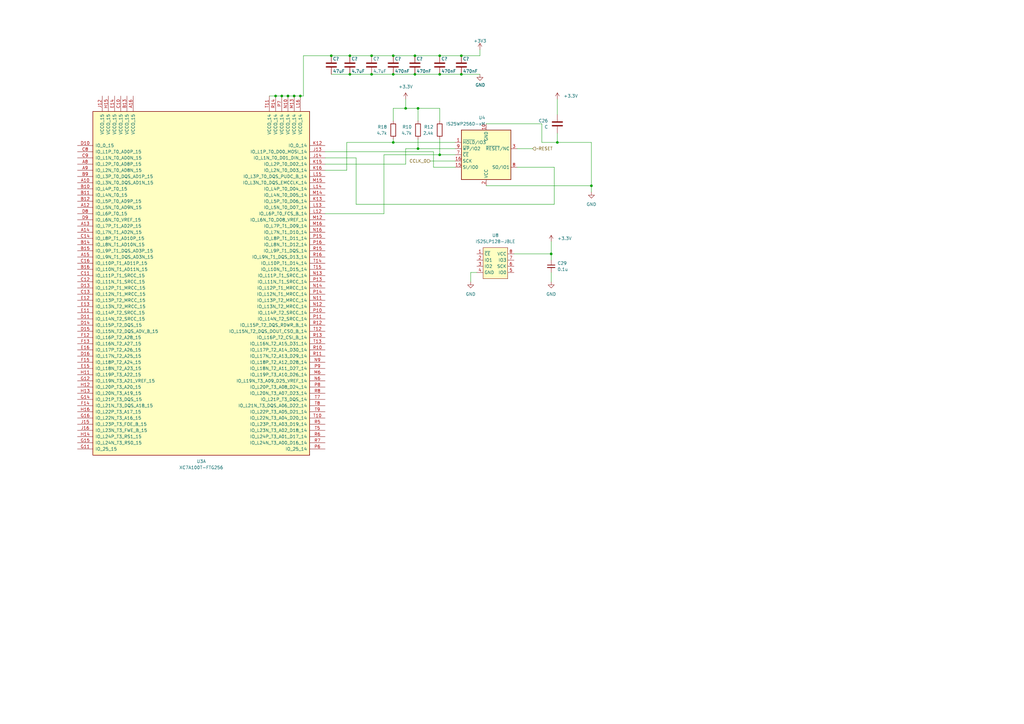
<source format=kicad_sch>
(kicad_sch (version 20230121) (generator eeschema)
  (paper "A3")
  (lib_symbols
    (symbol "0000_CustomComponents:IS25LP128-JBLE"
      (property "Reference" "U" (at 0 11.43 0))
      (property "Value" "IS25LP128-JBLE" (at 0 8.89 0))
      (symbol "IS25LP128-JBLE_1_1"
        (rectangle (start -5.08 6.35) (end 5.08 -6.35) (fill (type background)))
        (pin input line (at -7.62 3.81 0) (length 2.54) (name "~{CE}") (number "1"))
        (pin input line (at -7.62 1.27 0) (length 2.54) (name "IO1") (number "2"))
        (pin input line (at -7.62 -1.27 0) (length 2.54) (name "IO2") (number "3"))
        (pin input line (at -7.62 -3.81 0) (length 2.54) (name "GND") (number "4"))
        (pin input line (at 7.62 -3.81 180) (length 2.54) (name "IO0") (number "5"))
        (pin input line (at 7.62 -1.27 180) (length 2.54) (name "SCK") (number "6"))
        (pin input line (at 7.62 1.27 180) (length 2.54) (name "IO3") (number "7"))
        (pin input line (at 7.62 3.81 180) (length 2.54) (name "VCC") (number "8"))
      )
    )
    (symbol "Device:C" (pin_numbers hide) (pin_names (offset 0.254))
      (property "Reference" "C" (at 0.635 2.54 0))
      (property "Value" "C" (at 0.635 -2.54 0))
      (symbol "C_0_1"
        (polyline (pts (xy -2.032 -0.762) (xy 2.032 -0.762)) (stroke (width 0.508)))
        (polyline (pts (xy -2.032 0.762) (xy 2.032 0.762)) (stroke (width 0.508)))
      )
      (symbol "C_1_1"
        (pin passive line (at 0 3.81 270) (length 2.794) (name "~") (number "1"))
        (pin passive line (at 0 -3.81 90) (length 2.794) (name "~") (number "2"))
      )
    )
    (symbol "Device:C_Small" (pin_numbers hide) (pin_names (offset 0.254) hide)
      (property "Reference" "C" (at 0.254 1.778 0))
      (property "Value" "C_Small" (at 0.254 -2.032 0))
      (symbol "C_Small_0_1"
        (polyline (pts (xy -1.524 -0.508) (xy 1.524 -0.508)) (stroke (width 0.3302)))
        (polyline (pts (xy -1.524 0.508) (xy 1.524 0.508)) (stroke (width 0.3048)))
      )
      (symbol "C_Small_1_1"
        (pin passive line (at 0 2.54 270) (length 2.032) (name "~") (number "1"))
        (pin passive line (at 0 -2.54 90) (length 2.032) (name "~") (number "2"))
      )
    )
    (symbol "Device:R" (pin_numbers hide) (pin_names (offset 0))
      (property "Reference" "R" (at 2.032 0 90))
      (property "Value" "R" (at 0 0 90))
      (symbol "R_0_1"
        (rectangle (start -1.016 -2.54) (end 1.016 2.54) (stroke (width 0.254)))
      )
      (symbol "R_1_1"
        (pin passive line (at 0 3.81 270) (length 1.27) (name "~") (number "1"))
        (pin passive line (at 0 -3.81 90) (length 1.27) (name "~") (number "2"))
      )
    )
    (symbol "FPGA_Xilinx_Artix7:XC7A100T-FTG256" (pin_names (offset 1.016))
      (property "Reference" "U" (at 0 1.27 0))
      (property "Value" "XC7A100T-FTG256" (at 0 -1.27 0))
      (symbol "XC7A100T-FTG256_1_1"
        (rectangle (start -44.45 67.31) (end 44.45 -73.66) (stroke (width 0.254)) (fill (type background)))
        (pin bidirectional line (at 50.8 38.1 180) (length 6.35) (name "IO_L3N_T0_DQS_AD1N_15") (number "A10"))
        (pin bidirectional line (at 50.8 27.94 180) (length 6.35) (name "IO_L5N_T0_AD9N_15") (number "A12"))
        (pin bidirectional line (at 50.8 20.32 180) (length 6.35) (name "IO_L7P_T1_AD2P_15") (number "A13"))
        (pin bidirectional line (at 50.8 17.78 180) (length 6.35) (name "IO_L7N_T1_AD2N_15") (number "A14"))
        (pin bidirectional line (at 50.8 7.62 180) (length 6.35) (name "IO_L9N_T1_DQS_AD3N_15") (number "A15"))
        (pin power_in line (at 27.94 73.66 270) (length 6.35) (name "VCCO_15") (number "A16"))
        (pin bidirectional line (at 50.8 45.72 180) (length 6.35) (name "IO_L2P_T0_AD8P_15") (number "A8"))
        (pin bidirectional line (at 50.8 43.18 180) (length 6.35) (name "IO_L2N_T0_AD8N_15") (number "A9"))
        (pin bidirectional line (at 50.8 35.56 180) (length 6.35) (name "IO_L4P_T0_15") (number "B10"))
        (pin bidirectional line (at 50.8 33.02 180) (length 6.35) (name "IO_L4N_T0_15") (number "B11"))
        (pin bidirectional line (at 50.8 30.48 180) (length 6.35) (name "IO_L5P_T0_AD9P_15") (number "B12"))
        (pin power_in line (at 30.48 73.66 270) (length 6.35) (name "VCCO_15") (number "B13"))
        (pin bidirectional line (at 50.8 12.7 180) (length 6.35) (name "IO_L8N_T1_AD10N_15") (number "B14"))
        (pin bidirectional line (at 50.8 10.16 180) (length 6.35) (name "IO_L9P_T1_DQS_AD3P_15") (number "B15"))
        (pin bidirectional line (at 50.8 2.54 180) (length 6.35) (name "IO_L10N_T1_AD11N_15") (number "B16"))
        (pin bidirectional line (at 50.8 40.64 180) (length 6.35) (name "IO_L3P_T0_DQS_AD1P_15") (number "B9"))
        (pin power_in line (at 33.02 73.66 270) (length 6.35) (name "VCCO_15") (number "C10"))
        (pin bidirectional line (at 50.8 0 180) (length 6.35) (name "IO_L11P_T1_SRCC_15") (number "C11"))
        (pin bidirectional line (at 50.8 -2.54 180) (length 6.35) (name "IO_L11N_T1_SRCC_15") (number "C12"))
        (pin bidirectional line (at 50.8 -7.62 180) (length 6.35) (name "IO_L12N_T1_MRCC_15") (number "C13"))
        (pin bidirectional line (at 50.8 15.24 180) (length 6.35) (name "IO_L8P_T1_AD10P_15") (number "C14"))
        (pin bidirectional line (at 50.8 5.08 180) (length 6.35) (name "IO_L10P_T1_AD11P_15") (number "C16"))
        (pin bidirectional line (at 50.8 50.8 180) (length 6.35) (name "IO_L1P_T0_AD0P_15") (number "C8"))
        (pin bidirectional line (at 50.8 48.26 180) (length 6.35) (name "IO_L1N_T0_AD0N_15") (number "C9"))
        (pin bidirectional line (at 50.8 53.34 180) (length 6.35) (name "IO_0_15") (number "D10"))
        (pin bidirectional line (at 50.8 -17.78 180) (length 6.35) (name "IO_L14N_T2_SRCC_15") (number "D11"))
        (pin bidirectional line (at 50.8 -5.08 180) (length 6.35) (name "IO_L12P_T1_MRCC_15") (number "D13"))
        (pin bidirectional line (at 50.8 -20.32 180) (length 6.35) (name "IO_L15P_T2_DQS_15") (number "D14"))
        (pin bidirectional line (at 50.8 -22.86 180) (length 6.35) (name "IO_L15N_T2_DQS_ADV_B_15") (number "D15"))
        (pin bidirectional line (at 50.8 -33.02 180) (length 6.35) (name "IO_L17N_T2_A25_15") (number "D16"))
        (pin bidirectional line (at 50.8 25.4 180) (length 6.35) (name "IO_L6P_T0_15") (number "D8"))
        (pin bidirectional line (at 50.8 22.86 180) (length 6.35) (name "IO_L6N_T0_VREF_15") (number "D9"))
        (pin bidirectional line (at 50.8 -15.24 180) (length 6.35) (name "IO_L14P_T2_SRCC_15") (number "E11"))
        (pin bidirectional line (at 50.8 -10.16 180) (length 6.35) (name "IO_L13P_T2_MRCC_15") (number "E12"))
        (pin bidirectional line (at 50.8 -12.7 180) (length 6.35) (name "IO_L13N_T2_MRCC_15") (number "E13"))
        (pin power_in line (at 35.56 73.66 270) (length 6.35) (name "VCCO_15") (number "E14"))
        (pin bidirectional line (at 50.8 -38.1 180) (length 6.35) (name "IO_L18N_T2_A23_15") (number "E15"))
        (pin bidirectional line (at 50.8 -30.48 180) (length 6.35) (name "IO_L17P_T2_A26_15") (number "E16"))
        (pin bidirectional line (at 50.8 -25.4 180) (length 6.35) (name "IO_L16P_T2_A28_15") (number "F12"))
        (pin bidirectional line (at 50.8 -27.94 180) (length 6.35) (name "IO_L16N_T2_A27_15") (number "F13"))
        (pin bidirectional line (at 50.8 -53.34 180) (length 6.35) (name "IO_L21N_T3_DQS_A18_15") (number "F14"))
        (pin bidirectional line (at 50.8 -35.56 180) (length 6.35) (name "IO_L18P_T2_A24_15") (number "F15"))
        (pin bidirectional line (at 50.8 -71.12 180) (length 6.35) (name "IO_25_15") (number "G11"))
        (pin bidirectional line (at 50.8 -43.18 180) (length 6.35) (name "IO_L19N_T3_A21_VREF_15") (number "G12"))
        (pin bidirectional line (at 50.8 -50.8 180) (length 6.35) (name "IO_L21P_T3_DQS_15") (number "G14"))
        (pin bidirectional line (at 50.8 -68.58 180) (length 6.35) (name "IO_L24N_T3_RS0_15") (number "G15"))
        (pin bidirectional line (at 50.8 -58.42 180) (length 6.35) (name "IO_L22N_T3_A16_15") (number "G16"))
        (pin bidirectional line (at 50.8 -40.64 180) (length 6.35) (name "IO_L19P_T3_A22_15") (number "H11"))
        (pin bidirectional line (at 50.8 -45.72 180) (length 6.35) (name "IO_L20P_T3_A20_15") (number "H12"))
        (pin bidirectional line (at 50.8 -48.26 180) (length 6.35) (name "IO_L20N_T3_A19_15") (number "H13"))
        (pin bidirectional line (at 50.8 -66.04 180) (length 6.35) (name "IO_L24P_T3_RS1_15") (number "H14"))
        (pin power_in line (at 38.1 73.66 270) (length 6.35) (name "VCCO_15") (number "H15"))
        (pin bidirectional line (at 50.8 -55.88 180) (length 6.35) (name "IO_L22P_T3_A17_15") (number "H16"))
        (pin power_in line (at 40.64 73.66 270) (length 6.35) (name "VCCO_15") (number "J12"))
        (pin bidirectional line (at -50.8 50.8 0) (length 6.35) (name "IO_L1P_T0_D00_MOSI_14") (number "J13"))
        (pin bidirectional line (at -50.8 48.26 0) (length 6.35) (name "IO_L1N_T0_D01_DIN_14") (number "J14"))
        (pin bidirectional line (at 50.8 -60.96 180) (length 6.35) (name "IO_L23P_T3_FOE_B_15") (number "J15"))
        (pin bidirectional line (at 50.8 -63.5 180) (length 6.35) (name "IO_L23N_T3_FWE_B_15") (number "J16"))
        (pin bidirectional line (at -50.8 53.34 0) (length 6.35) (name "IO_0_14") (number "K12"))
        (pin bidirectional line (at -50.8 30.48 0) (length 6.35) (name "IO_L5P_T0_D06_14") (number "K13"))
        (pin bidirectional line (at -50.8 45.72 0) (length 6.35) (name "IO_L2P_T0_D02_14") (number "K15"))
        (pin bidirectional line (at -50.8 43.18 0) (length 6.35) (name "IO_L2N_T0_D03_14") (number "K16"))
        (pin bidirectional line (at -50.8 25.4 0) (length 6.35) (name "IO_L6P_T0_FCS_B_14") (number "L12"))
        (pin bidirectional line (at -50.8 27.94 0) (length 6.35) (name "IO_L5N_T0_D07_14") (number "L13"))
        (pin bidirectional line (at -50.8 35.56 0) (length 6.35) (name "IO_L4P_T0_D04_14") (number "L14"))
        (pin bidirectional line (at -50.8 40.64 0) (length 6.35) (name "IO_L3P_T0_DQS_PUDC_B_14") (number "L15"))
        (pin power_in line (at -40.64 73.66 270) (length 6.35) (name "VCCO_14") (number "L16"))
        (pin bidirectional line (at -50.8 22.86 0) (length 6.35) (name "IO_L6N_T0_D08_VREF_14") (number "M12"))
        (pin power_in line (at -38.1 73.66 270) (length 6.35) (name "VCCO_14") (number "M13"))
        (pin bidirectional line (at -50.8 33.02 0) (length 6.35) (name "IO_L4N_T0_D05_14") (number "M14"))
        (pin bidirectional line (at -50.8 38.1 0) (length 6.35) (name "IO_L3N_T0_DQS_EMCCLK_14") (number "M15"))
        (pin bidirectional line (at -50.8 20.32 0) (length 6.35) (name "IO_L7P_T1_D09_14") (number "M16"))
        (pin bidirectional line (at -50.8 -40.64 0) (length 6.35) (name "IO_L19P_T3_A10_D26_14") (number "M6"))
        (pin power_in line (at -35.56 73.66 270) (length 6.35) (name "VCCO_14") (number "N10"))
        (pin bidirectional line (at -50.8 -10.16 0) (length 6.35) (name "IO_L13P_T2_MRCC_14") (number "N11"))
        (pin bidirectional line (at -50.8 -12.7 0) (length 6.35) (name "IO_L13N_T2_MRCC_14") (number "N12"))
        (pin bidirectional line (at -50.8 0 0) (length 6.35) (name "IO_L11P_T1_SRCC_14") (number "N13"))
        (pin bidirectional line (at -50.8 -5.08 0) (length 6.35) (name "IO_L12P_T1_MRCC_14") (number "N14"))
        (pin bidirectional line (at -50.8 17.78 0) (length 6.35) (name "IO_L7N_T1_D10_14") (number "N16"))
        (pin bidirectional line (at -50.8 -43.18 0) (length 6.35) (name "IO_L19N_T3_A09_D25_VREF_14") (number "N6"))
        (pin bidirectional line (at -50.8 -35.56 0) (length 6.35) (name "IO_L18P_T2_A12_D28_14") (number "N9"))
        (pin bidirectional line (at -50.8 -15.24 0) (length 6.35) (name "IO_L14P_T2_SRCC_14") (number "P10"))
        (pin bidirectional line (at -50.8 -17.78 0) (length 6.35) (name "IO_L14N_T2_SRCC_14") (number "P11"))
        (pin bidirectional line (at -50.8 -2.54 0) (length 6.35) (name "IO_L11N_T1_SRCC_14") (number "P13"))
        (pin bidirectional line (at -50.8 -7.62 0) (length 6.35) (name "IO_L12N_T1_MRCC_14") (number "P14"))
        (pin bidirectional line (at -50.8 15.24 0) (length 6.35) (name "IO_L8P_T1_D11_14") (number "P15"))
        (pin bidirectional line (at -50.8 12.7 0) (length 6.35) (name "IO_L8N_T1_D12_14") (number "P16"))
        (pin bidirectional line (at -50.8 -71.12 0) (length 6.35) (name "IO_25_14") (number "P6"))
        (pin power_in line (at -33.02 73.66 270) (length 6.35) (name "VCCO_14") (number "P7"))
        (pin bidirectional line (at -50.8 -45.72 0) (length 6.35) (name "IO_L20P_T3_A08_D24_14") (number "P8"))
        (pin bidirectional line (at -50.8 -38.1 0) (length 6.35) (name "IO_L18N_T2_A11_D27_14") (number "P9"))
        (pin bidirectional line (at -50.8 -30.48 0) (length 6.35) (name "IO_L17P_T2_A14_D30_14") (number "R10"))
        (pin bidirectional line (at -50.8 -33.02 0) (length 6.35) (name "IO_L17N_T2_A13_D29_14") (number "R11"))
        (pin bidirectional line (at -50.8 -20.32 0) (length 6.35) (name "IO_L15P_T2_DQS_RDWR_B_14") (number "R12"))
        (pin bidirectional line (at -50.8 -25.4 0) (length 6.35) (name "IO_L16P_T2_CSI_B_14") (number "R13"))
        (pin power_in line (at -30.48 73.66 270) (length 6.35) (name "VCCO_14") (number "R14"))
        (pin bidirectional line (at -50.8 10.16 0) (length 6.35) (name "IO_L9P_T1_DQS_14") (number "R15"))
        (pin bidirectional line (at -50.8 7.62 0) (length 6.35) (name "IO_L9N_T1_DQS_D13_14") (number "R16"))
        (pin bidirectional line (at -50.8 -60.96 0) (length 6.35) (name "IO_L23P_T3_A03_D19_14") (number "R5"))
        (pin bidirectional line (at -50.8 -66.04 0) (length 6.35) (name "IO_L24P_T3_A01_D17_14") (number "R6"))
        (pin bidirectional line (at -50.8 -68.58 0) (length 6.35) (name "IO_L24N_T3_A00_D16_14") (number "R7"))
        (pin bidirectional line (at -50.8 -48.26 0) (length 6.35) (name "IO_L20N_T3_A07_D23_14") (number "R8"))
        (pin bidirectional line (at -50.8 -58.42 0) (length 6.35) (name "IO_L22N_T3_A04_D20_14") (number "T10"))
        (pin power_in line (at -27.94 73.66 270) (length 6.35) (name "VCCO_14") (number "T11"))
        (pin bidirectional line (at -50.8 -22.86 0) (length 6.35) (name "IO_L15N_T2_DQS_DOUT_CSO_B_14") (number "T12"))
        (pin bidirectional line (at -50.8 -27.94 0) (length 6.35) (name "IO_L16N_T2_A15_D31_14") (number "T13"))
        (pin bidirectional line (at -50.8 5.08 0) (length 6.35) (name "IO_L10P_T1_D14_14") (number "T14"))
        (pin bidirectional line (at -50.8 2.54 0) (length 6.35) (name "IO_L10N_T1_D15_14") (number "T15"))
        (pin bidirectional line (at -50.8 -63.5 0) (length 6.35) (name "IO_L23N_T3_A02_D18_14") (number "T5"))
        (pin bidirectional line (at -50.8 -50.8 0) (length 6.35) (name "IO_L21P_T3_DQS_14") (number "T7"))
        (pin bidirectional line (at -50.8 -53.34 0) (length 6.35) (name "IO_L21N_T3_DQS_A06_D22_14") (number "T8"))
        (pin bidirectional line (at -50.8 -55.88 0) (length 6.35) (name "IO_L22P_T3_A05_D21_14") (number "T9"))
      )
      (symbol "XC7A100T-FTG256_2_1"
        (rectangle (start -44.45 67.31) (end 44.45 -73.66) (stroke (width 0.254)) (fill (type background)))
        (pin bidirectional line (at 50.8 12.7 180) (length 6.35) (name "IO_L8N_T1_AD14N_35") (number "A2"))
        (pin bidirectional line (at 50.8 33.02 180) (length 6.35) (name "IO_L4N_T0_35") (number "A3"))
        (pin bidirectional line (at 50.8 38.1 180) (length 6.35) (name "IO_L3N_T0_DQS_AD5N_35") (number "A4"))
        (pin bidirectional line (at 50.8 40.64 180) (length 6.35) (name "IO_L3P_T0_DQS_AD5P_35") (number "A5"))
        (pin power_in line (at 27.94 73.66 270) (length 6.35) (name "VCCO_35") (number "A6"))
        (pin bidirectional line (at 50.8 48.26 180) (length 6.35) (name "IO_L1N_T0_AD4N_35") (number "A7"))
        (pin bidirectional line (at 50.8 7.62 180) (length 6.35) (name "IO_L9N_T1_DQS_AD7N_35") (number "B1"))
        (pin bidirectional line (at 50.8 15.24 180) (length 6.35) (name "IO_L8P_T1_AD14P_35") (number "B2"))
        (pin power_in line (at 30.48 73.66 270) (length 6.35) (name "VCCO_35") (number "B3"))
        (pin bidirectional line (at 50.8 35.56 180) (length 6.35) (name "IO_L4P_T0_35") (number "B4"))
        (pin bidirectional line (at 50.8 43.18 180) (length 6.35) (name "IO_L2N_T0_AD12N_35") (number "B5"))
        (pin bidirectional line (at 50.8 45.72 180) (length 6.35) (name "IO_L2P_T0_AD12P_35") (number "B6"))
        (pin bidirectional line (at 50.8 50.8 180) (length 6.35) (name "IO_L1P_T0_AD4P_35") (number "B7"))
        (pin bidirectional line (at 50.8 10.16 180) (length 6.35) (name "IO_L9P_T1_DQS_AD7P_35") (number "C1"))
        (pin bidirectional line (at 50.8 17.78 180) (length 6.35) (name "IO_L7N_T1_AD6N_35") (number "C2"))
        (pin bidirectional line (at 50.8 20.32 180) (length 6.35) (name "IO_L7P_T1_AD6P_35") (number "C3"))
        (pin bidirectional line (at 50.8 -7.62 180) (length 6.35) (name "IO_L12N_T1_MRCC_35") (number "C4"))
        (pin bidirectional line (at 50.8 27.94 180) (length 6.35) (name "IO_L5N_T0_AD13N_35") (number "C6"))
        (pin bidirectional line (at 50.8 30.48 180) (length 6.35) (name "IO_L5P_T0_AD13P_35") (number "C7"))
        (pin bidirectional line (at 50.8 2.54 180) (length 6.35) (name "IO_L10N_T1_AD15N_35") (number "D1"))
        (pin bidirectional line (at 50.8 -2.54 180) (length 6.35) (name "IO_L11N_T1_SRCC_35") (number "D3"))
        (pin bidirectional line (at 50.8 -5.08 180) (length 6.35) (name "IO_L12P_T1_MRCC_35") (number "D4"))
        (pin bidirectional line (at 50.8 22.86 180) (length 6.35) (name "IO_L6N_T0_VREF_35") (number "D5"))
        (pin bidirectional line (at 50.8 25.4 180) (length 6.35) (name "IO_L6P_T0_35") (number "D6"))
        (pin power_in line (at 33.02 73.66 270) (length 6.35) (name "VCCO_35") (number "D7"))
        (pin bidirectional line (at 50.8 -22.86 180) (length 6.35) (name "IO_L15N_T2_DQS_35") (number "E1"))
        (pin bidirectional line (at 50.8 5.08 180) (length 6.35) (name "IO_L10P_T1_AD15P_35") (number "E2"))
        (pin bidirectional line (at 50.8 0 180) (length 6.35) (name "IO_L11P_T1_SRCC_35") (number "E3"))
        (pin power_in line (at 35.56 73.66 270) (length 6.35) (name "VCCO_35") (number "E4"))
        (pin bidirectional line (at 50.8 -12.7 180) (length 6.35) (name "IO_L13N_T2_MRCC_35") (number "E5"))
        (pin bidirectional line (at 50.8 53.34 180) (length 6.35) (name "IO_0_35") (number "E6"))
        (pin power_in line (at 38.1 73.66 270) (length 6.35) (name "VCCO_35") (number "F1"))
        (pin bidirectional line (at 50.8 -20.32 180) (length 6.35) (name "IO_L15P_T2_DQS_35") (number "F2"))
        (pin bidirectional line (at 50.8 -17.78 180) (length 6.35) (name "IO_L14N_T2_SRCC_35") (number "F3"))
        (pin bidirectional line (at 50.8 -15.24 180) (length 6.35) (name "IO_L14P_T2_SRCC_35") (number "F4"))
        (pin bidirectional line (at 50.8 -10.16 180) (length 6.35) (name "IO_L13P_T2_MRCC_35") (number "F5"))
        (pin bidirectional line (at 50.8 -33.02 180) (length 6.35) (name "IO_L17N_T2_35") (number "G1"))
        (pin bidirectional line (at 50.8 -30.48 180) (length 6.35) (name "IO_L17P_T2_35") (number "G2"))
        (pin bidirectional line (at 50.8 -27.94 180) (length 6.35) (name "IO_L16N_T2_35") (number "G4"))
        (pin bidirectional line (at 50.8 -25.4 180) (length 6.35) (name "IO_L16P_T2_35") (number "G5"))
        (pin bidirectional line (at 50.8 -48.26 180) (length 6.35) (name "IO_L20N_T3_35") (number "H1"))
        (pin bidirectional line (at 50.8 -45.72 180) (length 6.35) (name "IO_L20P_T3_35") (number "H2"))
        (pin bidirectional line (at 50.8 -53.34 180) (length 6.35) (name "IO_L21N_T3_DQS_35") (number "H3"))
        (pin bidirectional line (at 50.8 -38.1 180) (length 6.35) (name "IO_L18N_T2_35") (number "H4"))
        (pin bidirectional line (at 50.8 -35.56 180) (length 6.35) (name "IO_L18P_T2_35") (number "H5"))
        (pin bidirectional line (at 50.8 -58.42 180) (length 6.35) (name "IO_L22N_T3_35") (number "J1"))
        (pin power_in line (at 40.64 73.66 270) (length 6.35) (name "VCCO_35") (number "J2"))
        (pin bidirectional line (at 50.8 -50.8 180) (length 6.35) (name "IO_L21P_T3_DQS_35") (number "J3"))
        (pin bidirectional line (at 50.8 -43.18 180) (length 6.35) (name "IO_L19N_T3_VREF_35") (number "J4"))
        (pin bidirectional line (at 50.8 -40.64 180) (length 6.35) (name "IO_L19P_T3_35") (number "J5"))
        (pin bidirectional line (at 50.8 -55.88 180) (length 6.35) (name "IO_L22P_T3_35") (number "K1"))
        (pin bidirectional line (at 50.8 -68.58 180) (length 6.35) (name "IO_L24N_T3_35") (number "K2"))
        (pin bidirectional line (at 50.8 -66.04 180) (length 6.35) (name "IO_L24P_T3_35") (number "K3"))
        (pin bidirectional line (at 50.8 -71.12 180) (length 6.35) (name "IO_25_35") (number "K5"))
        (pin bidirectional line (at 50.8 -63.5 180) (length 6.35) (name "IO_L23N_T3_35") (number "L2"))
        (pin bidirectional line (at 50.8 -60.96 180) (length 6.35) (name "IO_L23P_T3_35") (number "L3"))
        (pin bidirectional line (at -50.8 50.8 0) (length 6.35) (name "IO_L1P_T0_34") (number "L4"))
        (pin bidirectional line (at -50.8 53.34 0) (length 6.35) (name "IO_0_34") (number "L5"))
        (pin bidirectional line (at -50.8 43.18 0) (length 6.35) (name "IO_L2N_T0_34") (number "M1"))
        (pin bidirectional line (at -50.8 45.72 0) (length 6.35) (name "IO_L2P_T0_34") (number "M2"))
        (pin power_in line (at -40.64 73.66 270) (length 6.35) (name "VCCO_34") (number "M3"))
        (pin bidirectional line (at -50.8 48.26 0) (length 6.35) (name "IO_L1N_T0_34") (number "M4"))
        (pin bidirectional line (at -50.8 25.4 0) (length 6.35) (name "IO_L6P_T0_34") (number "M5"))
        (pin bidirectional line (at -50.8 35.56 0) (length 6.35) (name "IO_L4P_T0_34") (number "N1"))
        (pin bidirectional line (at -50.8 38.1 0) (length 6.35) (name "IO_L3N_T0_DQS_34") (number "N2"))
        (pin bidirectional line (at -50.8 40.64 0) (length 6.35) (name "IO_L3P_T0_DQS_34") (number "N3"))
        (pin bidirectional line (at -50.8 22.86 0) (length 6.35) (name "IO_L6N_T0_VREF_34") (number "N4"))
        (pin bidirectional line (at -50.8 33.02 0) (length 6.35) (name "IO_L4N_T0_34") (number "P1"))
        (pin bidirectional line (at -50.8 27.94 0) (length 6.35) (name "IO_L5N_T0_34") (number "P3"))
        (pin bidirectional line (at -50.8 30.48 0) (length 6.35) (name "IO_L5P_T0_34") (number "P4"))
        (pin bidirectional line (at -50.8 5.08 0) (length 6.35) (name "IO_L10P_T1_34") (number "P5"))
        (pin bidirectional line (at -50.8 17.78 0) (length 6.35) (name "IO_L7N_T1_34") (number "R1"))
        (pin bidirectional line (at -50.8 20.32 0) (length 6.35) (name "IO_L7P_T1_34") (number "R2"))
        (pin bidirectional line (at -50.8 15.24 0) (length 6.35) (name "IO_L8P_T1_34") (number "R3"))
        (pin power_in line (at -38.1 73.66 270) (length 6.35) (name "VCCO_34") (number "R4"))
        (pin power_in line (at -35.56 73.66 270) (length 6.35) (name "VCCO_34") (number "T1"))
        (pin bidirectional line (at -50.8 12.7 0) (length 6.35) (name "IO_L8N_T1_34") (number "T2"))
        (pin bidirectional line (at -50.8 7.62 0) (length 6.35) (name "IO_L9N_T1_DQS_34") (number "T3"))
        (pin bidirectional line (at -50.8 10.16 0) (length 6.35) (name "IO_L9P_T1_DQS_34") (number "T4"))
      )
      (symbol "XC7A100T-FTG256_3_1"
        (rectangle (start -31.75 34.29) (end 31.75 -40.64) (stroke (width 0.254)) (fill (type background)))
        (pin bidirectional line (at 38.1 -15.24 180) (length 6.35) (name "CFGBVS_0") (number "E7"))
        (pin bidirectional line (at 38.1 7.62 180) (length 6.35) (name "CCLK_0") (number "E8"))
        (pin bidirectional line (at 38.1 -5.08 180) (length 6.35) (name "DONE_0") (number "H10"))
        (pin bidirectional line (at 38.1 -30.48 180) (length 6.35) (name "VREFN_0") (number "H7"))
        (pin bidirectional line (at 38.1 -20.32 180) (length 6.35) (name "VP_0") (number "H8"))
        (pin bidirectional line (at 38.1 -22.86 180) (length 6.35) (name "VN_0") (number "J7"))
        (pin bidirectional line (at 38.1 -27.94 180) (length 6.35) (name "VREFP_0") (number "J8"))
        (pin bidirectional line (at 38.1 -7.62 180) (length 6.35) (name "INIT_B_0") (number "K10"))
        (pin bidirectional line (at 38.1 -38.1 180) (length 6.35) (name "DXN_0") (number "K7"))
        (pin bidirectional line (at 38.1 -35.56 180) (length 6.35) (name "DXP_0") (number "K8"))
        (pin power_in line (at 27.94 40.64 270) (length 6.35) (name "VCCO_0") (number "L6"))
        (pin bidirectional line (at 38.1 12.7 180) (length 6.35) (name "TCK_0") (number "L7"))
        (pin bidirectional line (at 38.1 -10.16 180) (length 6.35) (name "PROGRAM_B_0") (number "L9"))
        (pin bidirectional line (at 38.1 2.54 180) (length 6.35) (name "M1_0") (number "M10"))
        (pin bidirectional line (at 38.1 0 180) (length 6.35) (name "M2_0") (number "M11"))
        (pin bidirectional line (at 38.1 15.24 180) (length 6.35) (name "TMS_0") (number "M7"))
        (pin bidirectional line (at 38.1 5.08 180) (length 6.35) (name "M0_0") (number "M9"))
        (pin bidirectional line (at 38.1 20.32 180) (length 6.35) (name "TDI_0") (number "N7"))
        (pin bidirectional line (at 38.1 17.78 180) (length 6.35) (name "TDO_0") (number "N8"))
      )
      (symbol "XC7A100T-FTG256_4_1"
        (rectangle (start -19.05 35.56) (end 19.05 -35.56) (stroke (width 0.254)) (fill (type background)))
        (pin power_in line (at -25.4 2.54 0) (length 6.35) (name "GND") (number "A1"))
        (pin power_in line (at -25.4 0 0) (length 6.35) (name "GND") (number "A11"))
        (pin power_in line (at -25.4 -2.54 0) (length 6.35) (name "GND") (number "B8"))
        (pin power_in line (at -25.4 -7.62 0) (length 6.35) (name "GND") (number "C15"))
        (pin power_in line (at -25.4 -5.08 0) (length 6.35) (name "GND") (number "C5"))
        (pin power_in line (at -25.4 -12.7 0) (length 6.35) (name "GND") (number "D12"))
        (pin power_in line (at -25.4 -10.16 0) (length 6.35) (name "GND") (number "D2"))
        (pin power_in line (at -25.4 12.7 0) (length 6.35) (name "VCCBRAM") (number "E10"))
        (pin power_in line (at -25.4 -15.24 0) (length 6.35) (name "GND") (number "E9"))
        (pin power_in line (at -25.4 -20.32 0) (length 6.35) (name "GND") (number "F10"))
        (pin power_in line (at -25.4 10.16 0) (length 6.35) (name "VCCBRAM") (number "F11"))
        (pin power_in line (at -25.4 -22.86 0) (length 6.35) (name "GND") (number "F16"))
        (pin power_in line (at -25.4 -17.78 0) (length 6.35) (name "GND") (number "F6"))
        (pin power_in line (at 25.4 33.02 180) (length 6.35) (name "VCCINT") (number "F7"))
        (pin power_in line (at -25.4 15.24 0) (length 6.35) (name "VCCBATT_0") (number "F8"))
        (pin power_in line (at 25.4 30.48 180) (length 6.35) (name "VCCINT") (number "F9"))
        (pin power_in line (at -25.4 33.02 0) (length 6.35) (name "VCCAUX") (number "G10"))
        (pin power_in line (at -25.4 -30.48 0) (length 6.35) (name "GND") (number "G13"))
        (pin power_in line (at -25.4 -25.4 0) (length 6.35) (name "GND") (number "G3"))
        (pin power_in line (at 25.4 27.94 180) (length 6.35) (name "VCCINT") (number "G6"))
        (pin power_in line (at -25.4 20.32 0) (length 6.35) (name "GNDADC_0") (number "G7"))
        (pin power_in line (at -25.4 17.78 0) (length 6.35) (name "VCCADC_0") (number "G8"))
        (pin power_in line (at -25.4 -27.94 0) (length 6.35) (name "GND") (number "G9"))
        (pin power_in line (at -25.4 -33.02 0) (length 6.35) (name "GND") (number "H6"))
        (pin power_in line (at 25.4 25.4 180) (length 6.35) (name "VCCINT") (number "H9"))
        (pin power_in line (at -25.4 30.48 0) (length 6.35) (name "VCCAUX") (number "J10"))
        (pin power_in line (at 25.4 0 180) (length 6.35) (name "GND") (number "J11"))
        (pin power_in line (at 25.4 22.86 180) (length 6.35) (name "VCCINT") (number "J6"))
        (pin power_in line (at 25.4 2.54 180) (length 6.35) (name "GND") (number "J9"))
        (pin power_in line (at -25.4 27.94 0) (length 6.35) (name "VCCAUX") (number "K11"))
        (pin power_in line (at 25.4 -7.62 180) (length 6.35) (name "GND") (number "K14"))
        (pin power_in line (at 25.4 -2.54 180) (length 6.35) (name "GND") (number "K4"))
        (pin power_in line (at 25.4 -5.08 180) (length 6.35) (name "GND") (number "K6"))
        (pin power_in line (at 25.4 20.32 180) (length 6.35) (name "VCCINT") (number "K9"))
        (pin power_in line (at 25.4 -10.16 180) (length 6.35) (name "GND") (number "L1"))
        (pin power_in line (at -25.4 25.4 0) (length 6.35) (name "VCCAUX") (number "L10"))
        (pin power_in line (at 25.4 -12.7 180) (length 6.35) (name "GND") (number "L11"))
        (pin power_in line (at 25.4 17.78 180) (length 6.35) (name "VCCINT") (number "L8"))
        (pin power_in line (at 25.4 -15.24 180) (length 6.35) (name "GND") (number "M8"))
        (pin power_in line (at 25.4 -20.32 180) (length 6.35) (name "GND") (number "N15"))
        (pin power_in line (at 25.4 -17.78 180) (length 6.35) (name "GND") (number "N5"))
        (pin power_in line (at 25.4 -25.4 180) (length 6.35) (name "GND") (number "P12"))
        (pin power_in line (at 25.4 -22.86 180) (length 6.35) (name "GND") (number "P2"))
        (pin power_in line (at 25.4 -27.94 180) (length 6.35) (name "GND") (number "R9"))
        (pin power_in line (at 25.4 -33.02 180) (length 6.35) (name "GND") (number "T16"))
        (pin power_in line (at 25.4 -30.48 180) (length 6.35) (name "GND") (number "T6"))
      )
    )
    (symbol "Memory_Flash:IS25WP256D-xM"
      (property "Reference" "U" (at -8.89 11.43 0))
      (property "Value" "IS25WP256D-xM" (at 8.89 11.43 0))
      (symbol "IS25WP256D-xM_0_1"
        (rectangle (start 10.16 -10.16) (end -10.16 10.16) (stroke (width 0.254)) (fill (type background)))
        (pin bidirectional line (at -12.7 -5.08 0) (length 2.54) (name "~{HOLD}/IO3") (number "1"))
        (pin power_in line (at 0 -12.7 90) (length 2.54) (name "GND") (number "10"))
        (pin no_connect line (at 10.16 0 180) (length 2.54) hide (name "NC") (number "11"))
        (pin no_connect line (at 10.16 -5.08 180) (length 2.54) hide (name "NC") (number "12"))
        (pin no_connect line (at 10.16 7.62 180) (length 2.54) hide (name "NC") (number "13"))
        (pin no_connect line (at 10.16 -7.62 180) (length 2.54) hide (name "NC") (number "14"))
        (pin bidirectional line (at -12.7 5.08 0) (length 2.54) (name "SI/IO0") (number "15"))
        (pin input line (at -12.7 2.54 0) (length 2.54) (name "SCK") (number "16"))
        (pin power_in line (at 0 12.7 270) (length 2.54) (name "VCC") (number "2"))
        (pin input line (at 12.7 -2.54 180) (length 2.54) (name "~{RESET}/NC") (number "3"))
        (pin no_connect line (at -10.16 7.62 0) (length 2.54) hide (name "NC") (number "4"))
        (pin no_connect line (at -10.16 -7.62 0) (length 2.54) hide (name "NC") (number "5"))
        (pin no_connect line (at 10.16 2.54 180) (length 2.54) hide (name "NC") (number "6"))
        (pin input line (at -12.7 0 0) (length 2.54) (name "~{CE}") (number "7"))
        (pin bidirectional line (at 12.7 5.08 180) (length 2.54) (name "SO/IO1") (number "8"))
        (pin bidirectional line (at -12.7 -2.54 0) (length 2.54) (name "~{WP}/IO2") (number "9"))
      )
    )
    (symbol "power:+3.3V" (power) (pin_names (offset 0))
      (property "Value" "+3.3V" (at 0 3.556 0))
      (symbol "+3.3V_0_1"
        (polyline (pts (xy -0.762 1.27) (xy 0 2.54)))
        (polyline (pts (xy 0 0) (xy 0 2.54)))
        (polyline (pts (xy 0 2.54) (xy 0.762 1.27)))
      )
      (symbol "+3.3V_1_1"
        (pin power_in line (at 0 0 90) (length 0) hide (name "+3.3V") (number "1"))
      )
    )
    (symbol "power:+3V3" (power) (pin_names (offset 0))
      (property "Value" "+3V3" (at 0 3.556 0))
      (symbol "+3V3_0_1"
        (polyline (pts (xy -0.762 1.27) (xy 0 2.54)))
        (polyline (pts (xy 0 0) (xy 0 2.54)))
        (polyline (pts (xy 0 2.54) (xy 0.762 1.27)))
      )
      (symbol "+3V3_1_1"
        (pin power_in line (at 0 0 90) (length 0) hide (name "+3V3") (number "1"))
      )
    )
    (symbol "power:GND" (power) (pin_names (offset 0))
      (property "Value" "GND" (at 0 -3.81 0))
      (symbol "GND_0_1"
        (polyline (pts (xy 0 0) (xy 0 -1.27) (xy 1.27 -1.27) (xy 0 -2.54) (xy -1.27 -1.27) (xy 0 -1.27)))
      )
      (symbol "GND_1_1"
        (pin power_in line (at 0 0 270) (length 0) hide (name "GND") (number "1"))
      )
    )
  )
  (junction (at 152.4 30.48))
  (junction (at 161.29 30.48))
  (junction (at 143.51 22.86))
  (junction (at 180.34 22.86))
  (junction (at 143.51 30.48))
  (junction (at 189.23 22.86))
  (junction (at 189.23 30.48))
  (junction (at 135.89 22.86))
  (junction (at 123.19 39.37))
  (junction (at 242.57 76.2))
  (junction (at 170.18 30.48))
  (junction (at 120.65 39.37))
  (junction (at 166.37 44.45))
  (junction (at 161.29 22.86))
  (junction (at 115.57 39.37))
  (junction (at 171.45 60.96))
  (junction (at 226.06 104.14))
  (junction (at 152.4 22.86))
  (junction (at 180.34 63.5))
  (junction (at 118.11 39.37))
  (junction (at 113.03 39.37))
  (junction (at 161.29 58.42))
  (junction (at 170.18 22.86))
  (junction (at 171.45 44.45))
  (junction (at 180.34 30.48))
  (junction (at 228.6 58.42))
  (wire (pts (xy 120.65 39.37) (xy 123.19 39.37)))
  (wire (pts (xy 193.04 115.57) (xy 193.04 111.76)))
  (wire (pts (xy 161.29 49.53) (xy 161.29 44.45)))
  (wire (pts (xy 227.33 83.82) (xy 227.33 68.58)))
  (wire (pts (xy 166.37 44.45) (xy 171.45 44.45)))
  (wire (pts (xy 171.45 60.96) (xy 186.69 60.96)))
  (wire (pts (xy 242.57 76.2) (xy 242.57 58.42)))
  (wire (pts (xy 177.8 68.58) (xy 186.69 68.58)))
  (wire (pts (xy 135.89 22.86) (xy 143.51 22.86)))
  (wire (pts (xy 226.06 111.76) (xy 226.06 115.57)))
  (wire (pts (xy 210.82 104.14) (xy 226.06 104.14)))
  (wire (pts (xy 157.48 87.63) (xy 133.35 87.63)))
  (wire (pts (xy 196.85 22.86) (xy 196.85 20.32)))
  (wire (pts (xy 180.34 30.48) (xy 189.23 30.48)))
  (wire (pts (xy 180.34 44.45) (xy 180.34 49.53)))
  (wire (pts (xy 146.05 83.82) (xy 146.05 64.77)))
  (wire (pts (xy 152.4 30.48) (xy 161.29 30.48)))
  (wire (pts (xy 161.29 58.42) (xy 186.69 58.42)))
  (wire (pts (xy 242.57 58.42) (xy 228.6 58.42)))
  (wire (pts (xy 177.8 62.23) (xy 177.8 68.58)))
  (wire (pts (xy 171.45 44.45) (xy 171.45 49.53)))
  (wire (pts (xy 166.37 44.45) (xy 166.37 40.64)))
  (wire (pts (xy 143.51 30.48) (xy 152.4 30.48)))
  (wire (pts (xy 222.25 50.8) (xy 222.25 58.42)))
  (wire (pts (xy 115.57 39.37) (xy 118.11 39.37)))
  (wire (pts (xy 157.48 63.5) (xy 157.48 87.63)))
  (wire (pts (xy 170.18 22.86) (xy 180.34 22.86)))
  (wire (pts (xy 227.33 83.82) (xy 146.05 83.82)))
  (wire (pts (xy 110.49 39.37) (xy 113.03 39.37)))
  (wire (pts (xy 222.25 58.42) (xy 228.6 58.42)))
  (wire (pts (xy 133.35 69.85) (xy 142.24 69.85)))
  (wire (pts (xy 242.57 78.74) (xy 242.57 76.2)))
  (wire (pts (xy 135.89 30.48) (xy 143.51 30.48)))
  (wire (pts (xy 199.39 76.2) (xy 242.57 76.2)))
  (wire (pts (xy 228.6 40.64) (xy 228.6 46.99)))
  (wire (pts (xy 171.45 44.45) (xy 180.34 44.45)))
  (wire (pts (xy 227.33 68.58) (xy 212.09 68.58)))
  (wire (pts (xy 166.37 67.31) (xy 166.37 60.96)))
  (wire (pts (xy 166.37 60.96) (xy 171.45 60.96)))
  (wire (pts (xy 166.37 44.45) (xy 161.29 44.45)))
  (wire (pts (xy 152.4 22.86) (xy 161.29 22.86)))
  (wire (pts (xy 199.39 50.8) (xy 222.25 50.8)))
  (wire (pts (xy 142.24 69.85) (xy 142.24 58.42)))
  (wire (pts (xy 143.51 22.86) (xy 152.4 22.86)))
  (wire (pts (xy 161.29 30.48) (xy 170.18 30.48)))
  (wire (pts (xy 186.69 63.5) (xy 180.34 63.5)))
  (wire (pts (xy 161.29 57.15) (xy 161.29 58.42)))
  (wire (pts (xy 218.44 60.96) (xy 212.09 60.96)))
  (wire (pts (xy 226.06 104.14) (xy 226.06 106.68)))
  (wire (pts (xy 226.06 99.06) (xy 226.06 104.14)))
  (wire (pts (xy 133.35 62.23) (xy 177.8 62.23)))
  (wire (pts (xy 180.34 22.86) (xy 189.23 22.86)))
  (wire (pts (xy 118.11 39.37) (xy 120.65 39.37)))
  (wire (pts (xy 146.05 64.77) (xy 133.35 64.77)))
  (wire (pts (xy 180.34 57.15) (xy 180.34 63.5)))
  (wire (pts (xy 113.03 39.37) (xy 115.57 39.37)))
  (wire (pts (xy 124.46 39.37) (xy 123.19 39.37)))
  (wire (pts (xy 193.04 111.76) (xy 195.58 111.76)))
  (wire (pts (xy 170.18 30.48) (xy 180.34 30.48)))
  (wire (pts (xy 124.46 22.86) (xy 124.46 39.37)))
  (wire (pts (xy 171.45 57.15) (xy 171.45 60.96)))
  (wire (pts (xy 133.35 67.31) (xy 166.37 67.31)))
  (wire (pts (xy 124.46 22.86) (xy 135.89 22.86)))
  (wire (pts (xy 161.29 22.86) (xy 170.18 22.86)))
  (wire (pts (xy 189.23 22.86) (xy 196.85 22.86)))
  (wire (pts (xy 186.69 66.04) (xy 176.53 66.04)))
  (wire (pts (xy 142.24 58.42) (xy 161.29 58.42)))
  (wire (pts (xy 180.34 63.5) (xy 157.48 63.5)))
  (wire (pts (xy 228.6 54.61) (xy 228.6 58.42)))
  (wire (pts (xy 189.23 30.48) (xy 196.85 30.48)))
  (hierarchical_label "~RESET" (shape input) (at 218.44 60.96 0))
  (hierarchical_label "CCLK_0" (shape input) (at 176.53 66.04 180))
  (symbol (lib_id "Device:C") (at 161.29 26.67 0) (unit 1)
    (property "Reference" "C?" (at 161.925 24.13 0) (effects (justify left)))
    (property "Value" "470nF" (at 161.925 29.21 0) (effects (justify left)))
    (property "Footprint" "Capacitor_SMD:C_0603_1608Metric_Pad1.08x0.95mm_HandSolder" (effects hide))
    (property "Datasheet" "https://www.farnell.com/datasheets/2048812.pdf" (effects hide))
    (property "Component name" "GRM188R71C474KA88D" (effects hide))
    (property "DK_Detail_Page" "https://www.digikey.no/product-detail/en/murata-electronics/GRM188R71C474KA88D/490-3295-1-ND/702836" (effects hide))
    (instances (project "tdt4295" (path "" (reference "C?") (unit 1)) (path "" (reference "C?") (unit 1)) (path "" (reference "C404") (unit 1))) (project "RayTracingPCB" (path "" (reference "C61") (unit 1)) (path "" (reference "C69") (unit 1))))
  )
  (symbol (lib_id "FPGA_Xilinx_Artix7:XC7A100T-FTG256") (at 82.55 113.03 0) (mirror y) (unit 1)
    (property "Reference" "U3" (at 82.55 189.23 0))
    (property "Value" "XC7A100T-FTG256" (at 82.55 191.77 0))
  )
  (symbol (lib_id "power:GND") (at 242.57 78.74 0) (mirror y) (unit 1)
    (property "Reference" "#PWR014" (effects hide))
    (property "Value" "GND" (at 242.57 83.82 0))
  )
  (symbol (lib_id "Device:R") (at 161.29 53.34 0) (mirror y) (unit 1)
    (property "Reference" "R18" (at 158.75 52.07 0) (effects (justify left)))
    (property "Value" "4.7k" (at 158.75 54.61 0) (effects (justify left)))
  )
  (symbol (lib_id "Device:C") (at 143.51 26.67 0) (unit 1)
    (property "Reference" "C?" (at 144.145 24.13 0) (effects (justify left)))
    (property "Value" "4.7uF" (at 144.145 29.21 0) (effects (justify left)))
    (property "Footprint" "Capacitor_SMD:C_0805_2012Metric_Pad1.18x1.45mm_HandSolder" (effects hide))
    (property "Component name" "C2012X7R1A475K125AC" (effects hide))
    (property "DK_Detail_Page" "https://www.digikey.no/product-detail/no/tdk-corporation/C2012X7R1A475K125AC/445-7591-1-ND/2733663" (effects hide))
    (instances (project "tdt4295" (path "" (reference "C?") (unit 1)) (path "" (reference "C?") (unit 1)) (path "" (reference "C402") (unit 1))) (project "RayTracingPCB" (path "" (reference "C59") (unit 1)) (path "" (reference "C67") (unit 1))))
  )
  (symbol (lib_id "Device:C") (at 180.34 26.67 0) (unit 1)
    (property "Reference" "C?" (at 180.975 24.13 0) (effects (justify left)))
    (property "Value" "470nF" (at 180.975 29.21 0) (effects (justify left)))
    (property "Footprint" "Capacitor_SMD:C_0603_1608Metric_Pad1.08x0.95mm_HandSolder" (effects hide))
    (property "Datasheet" "https://www.farnell.com/datasheets/2048812.pdf" (effects hide))
    (property "Component name" "GRM188R71C474KA88D" (effects hide))
    (property "DK_Detail_Page" "https://www.digikey.no/product-detail/en/murata-electronics/GRM188R71C474KA88D/490-3295-1-ND/702836" (effects hide))
    (instances (project "tdt4295" (path "" (reference "C?") (unit 1)) (path "" (reference "C?") (unit 1)) (path "" (reference "C406") (unit 1))) (project "RayTracingPCB" (path "" (reference "C63") (unit 1)) (path "" (reference "C71") (unit 1))))
  )
  (symbol (lib_id "power:+3V3") (at 196.85 20.32 0) (unit 1)
    (property "Reference" "#PWR0401" (effects hide))
    (property "Value" "+3V3" (at 196.85 16.764 0))
    (instances (project "tdt4295" (path "" (reference "#PWR0401") (unit 1))) (project "RayTracingPCB" (path "" (reference "#PWR057") (unit 1)) (path "" (reference "#PWR063") (unit 1))))
  )
  (symbol (lib_id "Device:C") (at 135.89 26.67 0) (unit 1)
    (property "Reference" "C?" (at 136.525 24.13 0) (effects (justify left)))
    (property "Value" "47uF" (at 136.525 29.21 0) (effects (justify left)))
    (property "Footprint" "Capacitor_SMD:C_1210_3225Metric_Pad1.33x2.70mm_HandSolder" (effects hide))
    (property "Datasheet" "https://www.farnell.com/datasheets/2047839.pdf" (effects hide))
    (property "Component name" "GRM32ER71A476ME15L" (effects hide))
    (property "DK_Detail_Page" "https://www.digikey.no/product-detail/no/murata-electronics/GRM32ER71A476ME15L/490-6543-1-ND/3845740" (effects hide))
    (instances (project "tdt4295" (path "" (reference "C?") (unit 1)) (path "" (reference "C?") (unit 1)) (path "" (reference "C401") (unit 1))) (project "RayTracingPCB" (path "" (reference "C58") (unit 1)) (path "" (reference "C66") (unit 1))))
  )
  (symbol (lib_id "Device:C") (at 189.23 26.67 0) (unit 1)
    (property "Reference" "C?" (at 189.865 24.13 0) (effects (justify left)))
    (property "Value" "470nF" (at 189.865 29.21 0) (effects (justify left)))
    (property "Footprint" "Capacitor_SMD:C_0603_1608Metric_Pad1.08x0.95mm_HandSolder" (effects hide))
    (property "Datasheet" "https://www.farnell.com/datasheets/2048812.pdf" (effects hide))
    (property "Component name" "GRM188R71C474KA88D" (effects hide))
    (property "DK_Detail_Page" "https://www.digikey.no/product-detail/en/murata-electronics/GRM188R71C474KA88D/490-3295-1-ND/702836" (effects hide))
    (instances (project "tdt4295" (path "" (reference "C?") (unit 1)) (path "" (reference "C?") (unit 1)) (path "" (reference "C407") (unit 1))) (project "RayTracingPCB" (path "" (reference "C64") (unit 1)) (path "" (reference "C72") (unit 1))))
  )
  (symbol (lib_id "Device:C") (at 228.6 50.8 0) (mirror y) (unit 1)
    (property "Reference" "C26" (at 224.79 49.53 0) (effects (justify left)))
    (property "Value" "C" (at 224.79 52.07 0) (effects (justify left)))
  )
  (symbol (lib_id "Device:C_Small") (at 226.06 109.22 0) (unit 1)
    (property "Reference" "C29" (at 228.6 107.9563 0) (effects (justify left)))
    (property "Value" "0.1u" (at 228.6 110.4963 0) (effects (justify left)))
  )
  (symbol (lib_id "power:+3.3V") (at 226.06 99.06 0) (mirror y) (unit 1)
    (property "Reference" "#PWR035" (effects hide))
    (property "Value" "+3.3V" (at 228.6 97.79 0) (effects (justify right)))
  )
  (symbol (lib_id "power:GND") (at 193.04 115.57 0) (mirror y) (unit 1)
    (property "Reference" "#PWR034" (effects hide))
    (property "Value" "GND" (at 193.04 120.65 0))
  )
  (symbol (lib_id "Memory_Flash:IS25WP256D-xM") (at 199.39 63.5 0) (mirror x) (unit 1)
    (property "Reference" "U4" (at 199.0441 48.26 0) (effects (justify right)))
    (property "Value" "IS25WP256D-xM" (at 199.0441 50.8 0) (effects (justify right)))
    (property "Footprint" "Package_SO:SOIC-16W_7.5x10.3mm_P1.27mm" (effects hide))
    (property "Datasheet" "http://www.issi.com/WW/pdf/IS25LP(WP)256D.pdf" (effects hide))
  )
  (symbol (lib_id "power:+3.3V") (at 228.6 40.64 0) (mirror y) (unit 1)
    (property "Reference" "#PWR012" (effects hide))
    (property "Value" "+3.3V" (at 231.14 39.37 0) (effects (justify right)))
  )
  (symbol (lib_id "Device:C") (at 170.18 26.67 0) (unit 1)
    (property "Reference" "C?" (at 170.815 24.13 0) (effects (justify left)))
    (property "Value" "470nF" (at 170.815 29.21 0) (effects (justify left)))
    (property "Footprint" "Capacitor_SMD:C_0603_1608Metric_Pad1.08x0.95mm_HandSolder" (effects hide))
    (property "Datasheet" "https://www.farnell.com/datasheets/2048812.pdf" (effects hide))
    (property "Component name" "GRM188R71C474KA88D" (effects hide))
    (property "DK_Detail_Page" "https://www.digikey.no/product-detail/en/murata-electronics/GRM188R71C474KA88D/490-3295-1-ND/702836" (effects hide))
    (instances (project "tdt4295" (path "" (reference "C?") (unit 1)) (path "" (reference "C?") (unit 1)) (path "" (reference "C405") (unit 1))) (project "RayTracingPCB" (path "" (reference "C62") (unit 1)) (path "" (reference "C70") (unit 1))))
  )
  (symbol (lib_id "0000_CustomComponents:IS25LP128-JBLE") (at 203.2 107.95 0) (unit 1)
    (property "Reference" "U8" (at 203.2 96.52 0))
    (property "Value" "IS25LP128-JBLE" (at 203.2 99.06 0))
    (property "Datasheet" "https://www.issi.com/WW/pdf/IS25LP128.pdf" (effects hide))
  )
  (symbol (lib_id "Device:R") (at 180.34 53.34 0) (mirror y) (unit 1)
    (property "Reference" "R12" (at 177.8 52.07 0) (effects (justify left)))
    (property "Value" "2.4k" (at 177.8 54.61 0) (effects (justify left)))
  )
  (symbol (lib_id "Device:R") (at 171.45 53.34 0) (mirror y) (unit 1)
    (property "Reference" "R10" (at 168.91 52.07 0) (effects (justify left)))
    (property "Value" "4.7k" (at 168.91 54.61 0) (effects (justify left)))
  )
  (symbol (lib_id "power:+3.3V") (at 166.37 40.64 0) (mirror y) (unit 1)
    (property "Reference" "#PWR033" (effects hide))
    (property "Value" "+3.3V" (at 166.37 35.56 0))
  )
  (symbol (lib_id "power:GND") (at 226.06 115.57 0) (mirror y) (unit 1)
    (property "Reference" "#PWR036" (effects hide))
    (property "Value" "GND" (at 226.06 120.65 0))
  )
  (symbol (lib_id "Device:C") (at 152.4 26.67 0) (unit 1)
    (property "Reference" "C?" (at 153.035 24.13 0) (effects (justify left)))
    (property "Value" "4.7uF" (at 153.035 29.21 0) (effects (justify left)))
    (property "Footprint" "Capacitor_SMD:C_0805_2012Metric_Pad1.18x1.45mm_HandSolder" (effects hide))
    (property "Component name" "C2012X7R1A475K125AC" (effects hide))
    (property "DK_Detail_Page" "https://www.digikey.no/product-detail/no/tdk-corporation/C2012X7R1A475K125AC/445-7591-1-ND/2733663" (effects hide))
    (instances (project "tdt4295" (path "" (reference "C?") (unit 1)) (path "" (reference "C?") (unit 1)) (path "" (reference "C403") (unit 1))) (project "RayTracingPCB" (path "" (reference "C60") (unit 1)) (path "" (reference "C68") (unit 1))))
  )
  (symbol (lib_id "power:GND") (at 196.85 30.48 0) (unit 1)
    (property "Reference" "#PWR0402" (effects hide))
    (property "Value" "GND" (at 196.977 34.8742 0))
    (instances (project "tdt4295" (path "" (reference "#PWR0402") (unit 1))) (project "RayTracingPCB" (path "" (reference "#PWR058") (unit 1)) (path "" (reference "#PWR064") (unit 1))))
  )
)
</source>
